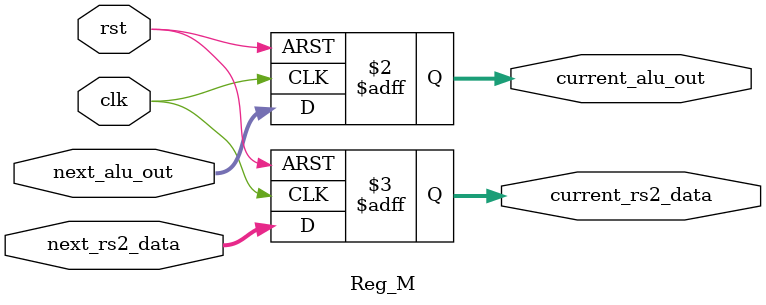
<source format=v>
module Reg_M (
    input clk,
    input rst,
    input [31:0] next_alu_out,
    input [31:0] next_rs2_data,
    output reg [31:0] current_alu_out,
    output reg [31:0] current_rs2_data

);

always @(posedge clk or posedge rst) begin
    if(rst) begin
        current_alu_out <= 32'b0;
        current_rs2_data <= 32'b0;
    end
    else begin
        current_alu_out <= next_alu_out;
        current_rs2_data <= next_rs2_data;
    end
end




endmodule
</source>
